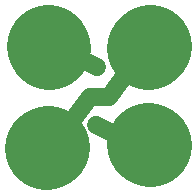
<source format=gtl>
%TF.GenerationSoftware,KiCad,Pcbnew,4.0.5-e0-6337~49~ubuntu16.04.1*%
%TF.CreationDate,2017-05-26T06:02:57-07:00*%
%TF.ProjectId,2x2-Slide-Switch-EG1218-TH,3278322D536C6964652D537769746368,v1.1*%
%TF.FileFunction,Copper,L1,Top,Signal*%
%FSLAX46Y46*%
G04 Gerber Fmt 4.6, Leading zero omitted, Abs format (unit mm)*
G04 Created by KiCad (PCBNEW 4.0.5-e0-6337~49~ubuntu16.04.1) date Fri May 26 06:02:57 2017*
%MOMM*%
%LPD*%
G01*
G04 APERTURE LIST*
%ADD10C,0.350000*%
%ADD11C,7.000000*%
%ADD12C,1.500000*%
%ADD13C,6.000000*%
%ADD14C,1.250000*%
%ADD15C,0.350000*%
G04 APERTURE END LIST*
D10*
D11*
X24765000Y-49783000D02*
X24892000Y-49656000D01*
D12*
X20413000Y-51397600D02*
X16413000Y-49397600D01*
X21463800Y-53931000D02*
X24463800Y-49931000D01*
X20463800Y-53931000D02*
X21463800Y-53931000D01*
X19887400Y-53940800D02*
X16887400Y-57940800D01*
X20887400Y-53940800D02*
X19887400Y-53940800D01*
X24400800Y-58382600D02*
X20400800Y-56382600D01*
D11*
X16383000Y-49783000D02*
X16256000Y-49656000D01*
X16256000Y-58165000D02*
X16129000Y-58292000D01*
X24765000Y-57911000D02*
X24892000Y-58038000D01*
D13*
X24510000Y-49911000D03*
D14*
X20421600Y-53912400D03*
X20421600Y-51412400D03*
X20421600Y-56412400D03*
D13*
X24510000Y-57911000D03*
X16510000Y-49911000D03*
X16510000Y-57911000D03*
D15*
X24510000Y-49911000D03*
X20421600Y-53912400D03*
X20421600Y-51412400D03*
X20421600Y-56412400D03*
X24510000Y-57911000D03*
X16510000Y-49911000D03*
X16510000Y-57911000D03*
M02*

</source>
